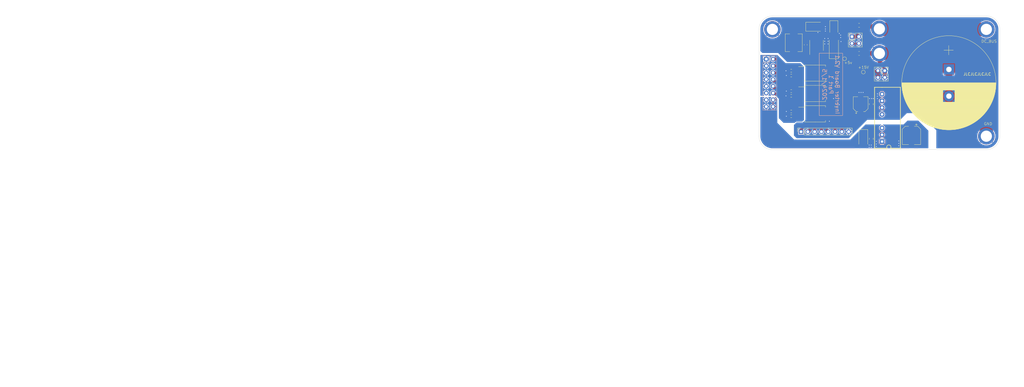
<source format=kicad_pcb>
(kicad_pcb (version 20221018) (generator pcbnew)
  (layers (0 "F.Cu" signal) (31 "B.Cu" signal) (34 "B.Paste" user) (35 "F.Paste" user) (36 "B.SilkS" user "B.Silkscreen") (37 "F.SilkS" user "F.Silkscreen") (38 "B.Mask" user) (39 "F.Mask" user) (44 "Edge.Cuts" user))
  (net 0 "")
  (net 1 "GND")
  (net 2 "+5V1")
  (net 3 "DC_BUS")
  (net 4 "/OPWM1A")
  (net 5 "/OPWM2A")
  (net 6 "/OPWM3A")
  (net 7 "/OPWM1B")
  (net 8 "/OPWM2B")
  (net 9 "/OPWM3B")
  (net 10 "Net-(U2-CB)")
  (net 11 "+15V1")
  (net 12 "/PWM1A_5V")
  (net 13 "Net-(IC1-CATHODE_1)")
  (net 14 "Net-(IC1-CATHODE_2)")
  (net 15 "/PWM2A_5V")
  (net 16 "/PWM3A_5V")
  (net 17 "Net-(IC2-CATHODE_1)")
  (net 18 "Net-(IC2-CATHODE_2)")
  (net 19 "/PWM1B_5V")
  (net 20 "/PWM2B_5V")
  (net 21 "Net-(IC3-CATHODE_1)")
  (net 22 "Net-(IC3-CATHODE_2)")
  (net 23 "/PWM3B_5V")
  (net 24 "AGND")
  (net 25 "/GND_2M")
  (net 26 "/DC_BUS_2M")
  (net 27 "Net-(D2-K)")
  (net 31 "D12VGND")
  (net 32 "D12V1")
  (footprint "TestPoint:TestPoint_Pad_D1.0mm" (layer "F.Cu") (at 164 41 180)
    (fp_text reference "TP7" hide)
    (fp_text value "Test15V")
    (pad "1" smd circle (at 0 0 180) (size 1 1) (layers "F.Cu" "F.Mask") (net 11 "+15V1"))
  )
  (footprint "Resistor_SMD:R_0603_1608Metric" (layer "F.Cu") (at 137.038 57.509 180)
    (fp_text reference "R9" hide)
    (fp_text value "750R")
    (pad "1" smd roundrect (at -0.825 0 180) (size 0.8 0.95) (layers "F.Cu" "F.Paste" "F.Mask") (net 22 "Net-(IC3-CATHODE_2)"))
    (pad "2" smd roundrect (at 0.825 0 180) (size 0.8 0.95) (layers "F.Cu" "F.Paste" "F.Mask") (net 24 "AGND"))
  )
  (footprint "Package_SO:SOIC-8_3.9x4.9mm_P1.27mm" (layer "F.Cu") (at 146.523 31 90)
    (fp_text reference "U2" hide)
    (fp_text value "LM2675M-5.0")
    (pad "1" smd roundrect (at -2.475 -1.905 90) (size 1.95 0.6) (layers "F.Cu" "F.Paste" "F.Mask") (net 10 "Net-(U2-CB)"))
    (pad "2" smd roundrect (at -2.475 -0.635 90) (size 1.95 0.6) (layers "F.Cu" "F.Paste" "F.Mask"))
    (pad "3" smd roundrect (at -2.475 0.635 90) (size 1.95 0.6) (layers "F.Cu" "F.Paste" "F.Mask"))
    (pad "4" smd roundrect (at -2.475 1.905 90) (size 1.95 0.6) (layers "F.Cu" "F.Paste" "F.Mask") (net 2 "+5V1"))
    (pad "5" smd roundrect (at 2.475 1.905 90) (size 1.95 0.6) (layers "F.Cu" "F.Paste" "F.Mask"))
    (pad "6" smd roundrect (at 2.475 0.635 90) (size 1.95 0.6) (layers "F.Cu" "F.Paste" "F.Mask") (net 1 "GND"))
    (pad "7" smd roundrect (at 2.475 -0.635 90) (size 1.95 0.6) (layers "F.Cu" "F.Paste" "F.Mask") (net 11 "+15V1"))
    (pad "8" smd roundrect (at 2.475 -1.905 90) (size 1.95 0.6) (layers "F.Cu" "F.Paste" "F.Mask") (net 27 "Net-(D2-K)"))
  )
  (footprint "Connector_PinSocket_2.54mm:PinSocket_1x08_P2.54mm_Vertical" (layer "F.Cu") (at 140.716 63.307 90)
    (fp_text reference "J3" hide)
    (fp_text value "Conn_01x08_Pin")
    (pad "1" thru_hole rect (at 0 0 90) (size 1.7 1.7) (drill 1) (layers "*.Cu" "*.Mask") (net 4 "/OPWM1A"))
    (pad "2" thru_hole oval (at 0 2.54 90) (size 1.7 1.7) (drill 1) (layers "*.Cu" "*.Mask") (net 5 "/OPWM2A"))
    (pad "3" thru_hole oval (at 0 5.08 90) (size 1.7 1.7) (drill 1) (layers "*.Cu" "*.Mask") (net 6 "/OPWM3A"))
    (pad "4" thru_hole oval (at 0 7.62 90) (size 1.7 1.7) (drill 1) (layers "*.Cu" "*.Mask") (net 7 "/OPWM1B"))
    (pad "5" thru_hole oval (at 0 10.16 90) (size 1.7 1.7) (drill 1) (layers "*.Cu" "*.Mask") (net 8 "/OPWM2B"))
    (pad "6" thru_hole oval (at 0 12.7 90) (size 1.7 1.7) (drill 1) (layers "*.Cu" "*.Mask") (net 9 "/OPWM3B"))
    (pad "7" thru_hole oval (at 0 15.24 90) (size 1.7 1.7) (drill 1) (layers "*.Cu" "*.Mask") (net 2 "+5V1"))
    (pad "8" thru_hole oval (at 0 17.78 90) (size 1.7 1.7) (drill 1) (layers "*.Cu" "*.Mask") (net 1 "GND"))
  )
  (footprint "Resistor_SMD:R_0603_1608Metric" (layer "F.Cu") (at 137.038 40.491 180)
    (fp_text reference "R1" hide)
    (fp_text value "750R")
    (pad "1" smd roundrect (at -0.825 0 180) (size 0.8 0.95) (layers "F.Cu" "F.Paste" "F.Mask") (net 13 "Net-(IC1-CATHODE_1)"))
    (pad "2" smd roundrect (at 0.825 0 180) (size 0.8 0.95) (layers "F.Cu" "F.Paste" "F.Mask") (net 24 "AGND"))
  )
  (footprint "Capacitor_SMD:C_0805_2012Metric" (layer "F.Cu") (at 167 65.95 90)
    (fp_text reference "C22" hide)
    (fp_text value "100nF")
    (pad "1" smd roundrect (at -0.95 0 90) (size 1 1.45) (layers "F.Cu" "F.Paste" "F.Mask") (net 31 "D12VGND"))
    (pad "2" smd roundrect (at 0.95 0 90) (size 1 1.45) (layers "F.Cu" "F.Paste" "F.Mask") (net 32 "D12V1"))
  )
  (footprint "TestPoint:TestPoint_Pad_D1.0mm" (layer "F.Cu") (at 157 36)
    (fp_text reference "TP8" hide)
    (fp_text value "Test5V")
    (pad "1" smd circle (at 0 0) (size 1 1) (layers "F.Cu" "F.Mask") (net 2 "+5V1"))
  )
  (footprint "Resistor_SMD:R_0805_2012Metric" (layer "F.Cu") (at 162.4125 34 180)
    (fp_text reference "R11" hide)
    (fp_text value "2M")
    (pad "1" smd roundrect (at -0.9125 0 180) (size 1.025 1.4) (layers "F.Cu" "F.Paste" "F.Mask") (roundrect_rratio 0.243902439) (net 1 "GND"))
    (pad "2" smd roundrect (at 0.9125 0 180) (size 1.025 1.4) (layers "F.Cu" "F.Paste" "F.Mask") (roundrect_rratio 0.243902439) (net 25 "/GND_2M"))
  )
  (footprint "inverter_lib:M3_smt" (layer "F.Cu") (at 130 25)
    (fp_text reference "J17" hide)
    (fp_text value "Header 2")
    (pad "1" thru_hole circle (at 0 0) (size 6.2 6.2) (drill 4.2) (layers "*.Cu" "*.Mask") (net 1 "GND"))
  )
  (footprint "inverter_lib:M3_smt" (layer "F.Cu") (at 170 24.8)
    (fp_text reference "J14" hide)
    (fp_text value "Header 2")
    (pad "1" thru_hole circle (at 0 0) (size 6.2 6.2) (drill 4.2) (layers "*.Cu" "*.Mask") (net 3 "DC_BUS"))
  )
  (footprint "Resistor_SMD:R_0603_1608Metric" (layer "F.Cu") (at 137.038 49.889 180)
    (fp_text reference "R5" hide)
    (fp_text value "750R")
    (pad "1" smd roundrect (at -0.825 0 180) (size 0.8 0.95) (layers "F.Cu" "F.Paste" "F.Mask") (net 18 "Net-(IC2-CATHODE_2)"))
    (pad "2" smd roundrect (at 0.825 0 180) (size 0.8 0.95) (layers "F.Cu" "F.Paste" "F.Mask") (net 24 "AGND"))
  )
  (footprint "Connector_PinSocket_2.54mm:PinSocket_2x02_P2.54mm_Vertical" (layer "F.Cu") (at 159.75 27.71 90)
    (fp_text reference "J5" hide)
    (fp_text value "Conn_01x02_Pin")
    (pad "1" thru_hole rect (at 0 0 90) (size 1.7 1.7) (drill 1) (layers "*.Cu" "*.Mask") (net 26 "/DC_BUS_2M"))
    (pad "2" thru_hole oval (at -2.54 0 90) (size 1.7 1.7) (drill 1) (layers "*.Cu" "*.Mask") (net 25 "/GND_2M"))
    (pad "3" thru_hole oval (at 0 2.54 90) (size 1.7 1.7) (drill 1) (layers "*.Cu" "*.Mask") (net 26 "/DC_BUS_2M"))
    (pad "4" thru_hole oval (at -2.54 2.54 90) (size 1.7 1.7) (drill 1) (layers "*.Cu" "*.Mask") (net 25 "/GND_2M"))
  )
  (footprint "Package_SO:SOIC-8_7.5x5.85mm_P1.27mm" (layer "F.Cu") (at 146 49)
    (fp_text reference "IC2" hide)
    (fp_text value "TLP2270_D4-LF4,E")
    (pad "1" smd roundrect (at -5.325 -1.905) (size 1.8 0.6) (layers "F.Cu" "F.Paste" "F.Mask") (net 16 "/PWM3A_5V"))
    (pad "2" smd roundrect (at -5.325 -0.635) (size 1.8 0.6) (layers "F.Cu" "F.Paste" "F.Mask") (net 17 "Net-(IC2-CATHODE_1)"))
    (pad "3" smd roundrect (at -5.325 0.635) (size 1.8 0.6) (layers "F.Cu" "F.Paste" "F.Mask") (net 18 "Net-(IC2-CATHODE_2)"))
    (pad "4" smd roundrect (at -5.325 1.905) (size 1.8 0.6) (layers "F.Cu" "F.Paste" "F.Mask") (net 19 "/PWM1B_5V"))
    (pad "5" smd roundrect (at 5.325 1.905) (size 1.8 0.6) (layers "F.Cu" "F.Paste" "F.Mask") (net 1 "GND"))
    (pad "6" smd roundrect (at 5.325 0.635) (size 1.8 0.6) (layers "F.Cu" "F.Paste" "F.Mask") (net 7 "/OPWM1B"))
    (pad "7" smd roundrect (at 5.325 -0.635) (size 1.8 0.6) (layers "F.Cu" "F.Paste" "F.Mask") (net 6 "/OPWM3A"))
    (pad "8" smd roundrect (at 5.325 -1.905) (size 1.8 0.6) (layers "F.Cu" "F.Paste" "F.Mask") (net 2 "+5V1"))
  )
  (footprint "Resistor_SMD:R_0603_1608Metric" (layer "F.Cu") (at 137.038 55.731 180)
    (fp_text reference "R8" hide)
    (fp_text value "750R")
    (pad "1" smd roundrect (at -0.825 0 180) (size 0.8 0.95) (layers "F.Cu" "F.Paste" "F.Mask") (net 21 "Net-(IC3-CATHODE_1)"))
    (pad "2" smd roundrect (at 0.825 0 180) (size 0.8 0.95) (layers "F.Cu" "F.Paste" "F.Mask") (net 24 "AGND"))
  )
  (footprint "Capacitor_SMD:CP_Elec_6.3x7.7" (layer "F.Cu") (at 182 64.7 -90)
    (fp_text reference "C23" hide)
    (fp_text value "100uf 50V")
    (pad "1" smd roundrect (at -2.7 0 270) (size 3.5 1.6) (layers "F.Cu" "F.Paste" "F.Mask") (roundrect_rratio 0.15625) (net 32 "D12V1"))
    (pad "2" smd roundrect (at 2.7 0 270) (size 3.5 1.6) (layers "F.Cu" "F.Paste" "F.Mask") (roundrect_rratio 0.15625) (net 31 "D12VGND"))
  )
  (footprint "Resistor_SMD:R_0603_1608Metric" (layer "F.Cu") (at 137.038 42.269 180)
    (fp_text reference "R2" hide)
    (fp_text value "750R")
    (pad "1" smd roundrect (at -0.825 0 180) (size 0.8 0.95) (layers "F.Cu" "F.Paste" "F.Mask") (net 14 "Net-(IC1-CATHODE_2)"))
    (pad "2" smd roundrect (at 0.825 0 180) (size 0.8 0.95) (layers "F.Cu" "F.Paste" "F.Mask") (net 24 "AGND"))
  )
  (footprint "inverter_lib:M3_smt" (layer "F.Cu") (at 170 34)
    (fp_text reference "J15" hide)
    (fp_text value "Header 2")
    (pad "1" thru_hole circle (at 0 0) (size 6.2 6.2) (drill 4.2) (layers "*.Cu" "*.Mask") (net 1 "GND"))
  )
  (footprint "Diode_SMD:D_SMA" (layer "F.Cu") (at 146 24)
    (fp_text reference "D2" hide)
    (fp_text value "1N5819")
    (pad "1" smd roundrect (at -2 0) (size 2.5 1.8) (layers "F.Cu" "F.Paste" "F.Mask") (roundrect_rratio 0.1388888889) (net 27 "Net-(D2-K)"))
    (pad "2" smd roundrect (at 2 0) (size 2.5 1.8) (layers "F.Cu" "F.Paste" "F.Mask") (roundrect_rratio 0.1388888889) (net 1 "GND"))
  )
  (footprint "Capacitor_Tantalum_SMD:CP_EIA-6032-28_Kemet-C_Pad2.25x2.35mm_HandSolder" (layer "F.Cu") (at 153 32 90)
    (fp_text reference "C36" hide)
    (fp_text value "68uF 16V Tantalum")
    (pad "1" smd roundrect (at -2.55 0 90) (size 2.25 2.35) (layers "F.Cu" "F.Paste" "F.Mask") (roundrect_rratio 0.1111111111) (net 2 "+5V1"))
    (pad "2" smd roundrect (at 2.55 0 90) (size 2.25 2.35) (layers "F.Cu" "F.Paste" "F.Mask") (roundrect_rratio 0.1111111111) (net 1 "GND"))
  )
  (footprint "Capacitor_SMD:C_0603_1608Metric" (layer "F.Cu") (at 153.865 38.7 -90)
    (fp_text reference "C1" hide)
    (fp_text value "100nf")
    (pad "1" smd roundrect (at -0.775 0 270) (size 0.9 0.95) (layers "F.Cu" "F.Paste" "F.Mask") (net 1 "GND"))
    (pad "2" smd roundrect (at 0.775 0 270) (size 0.9 0.95) (layers "F.Cu" "F.Paste" "F.Mask") (net 2 "+5V1"))
  )
  (footprint "Resistor_SMD:R_0603_1608Metric" (layer "F.Cu") (at 137.038 48.111 180)
    (fp_text reference "R4" hide)
    (fp_text value "750R")
    (pad "1" smd roundrect (at -0.825 0 180) (size 0.8 0.95) (layers "F.Cu" "F.Paste" "F.Mask") (net 17 "Net-(IC2-CATHODE_1)"))
    (pad "2" smd roundrect (at 0.825 0 180) (size 0.8 0.95) (layers "F.Cu" "F.Paste" "F.Mask") (net 24 "AGND"))
  )
  (footprint "Capacitor_Tantalum_SMD:CP_EIA-3528-21_Kemet-B_Pad1.50x2.35mm_HandSolder" (layer "F.Cu") (at 153 24.375 -90)
    (fp_text reference "C35" hide)
    (fp_text value "15uF 50V Tantalum")
    (pad "1" smd roundrect (at -1.625 0 270) (size 1.5 2.35) (layers "F.Cu" "F.Paste" "F.Mask") (roundrect_rratio 0.1666673333) (net 11 "+15V1"))
    (pad "2" smd roundrect (at 1.625 0 270) (size 1.5 2.35) (layers "F.Cu" "F.Paste" "F.Mask") (roundrect_rratio 0.1666673333) (net 1 "GND"))
  )
  (footprint "Package_SO:SOIC-8_7.5x5.85mm_P1.27mm" (layer "F.Cu") (at 146 41.38)
    (fp_text reference "IC1" hide)
    (fp_text value "TLP2270_D4-LF4,E")
    (pad "1" smd roundrect (at -5.325 -1.905) (size 1.8 0.6) (layers "F.Cu" "F.Paste" "F.Mask") (net 12 "/PWM1A_5V"))
    (pad "2" smd roundrect (at -5.325 -0.635) (size 1.8 0.6) (layers "F.Cu" "F.Paste" "F.Mask") (net 13 "Net-(IC1-CATHODE_1)"))
    (pad "3" smd roundrect (at -5.325 0.635) (size 1.8 0.6) (layers "F.Cu" "F.Paste" "F.Mask") (net 14 "Net-(IC1-CATHODE_2)"))
    (pad "4" smd roundrect (at -5.325 1.905) (size 1.8 0.6) (layers "F.Cu" "F.Paste" "F.Mask") (net 15 "/PWM2A_5V"))
    (pad "5" smd roundrect (at 5.325 1.905) (size 1.8 0.6) (layers "F.Cu" "F.Paste" "F.Mask") (net 1 "GND"))
    (pad "6" smd roundrect (at 5.325 0.635) (size 1.8 0.6) (layers "F.Cu" "F.Paste" "F.Mask") (net 5 "/OPWM2A"))
    (pad "7" smd roundrect (at 5.325 -0.635) (size 1.8 0.6) (layers "F.Cu" "F.Paste" "F.Mask") (net 4 "/OPWM1A"))
    (pad "8" smd roundrect (at 5.325 -1.905) (size 1.8 0.6) (layers "F.Cu" "F.Paste" "F.Mask") (net 2 "+5V1"))
  )
  (footprint "Capacitor_SMD:C_0603_1608Metric" (layer "F.Cu") (at 153.865 53.94 -90)
    (fp_text reference "C3" hide)
    (fp_text value "100nf")
    (pad "1" smd roundrect (at -0.775 0 270) (size 0.9 0.95) (layers "F.Cu" "F.Paste" "F.Mask") (net 1 "GND"))
    (pad "2" smd roundrect (at 0.775 0 270) (size 0.9 0.95) (layers "F.Cu" "F.Paste" "F.Mask") (net 2 "+5V1"))
  )
  (footprint "Resistor_SMD:R_0805_2012Metric" (layer "F.Cu") (at 162.4125 23.5 180)
    (fp_text reference "R10" hide)
    (fp_text value "2M")
    (pad "1" smd roundrect (at -0.9125 0 180) (size 1.025 1.4) (layers "F.Cu" "F.Paste" "F.Mask") (roundrect_rratio 0.243902439) (net 3 "DC_BUS"))
    (pad "2" smd roundrect (at 0.9125 0 180) (size 1.025 1.4) (layers "F.Cu" "F.Paste" "F.Mask") (roundrect_rratio 0.243902439) (net 26 "/DC_BUS_2M"))
  )
  (footprint "Capacitor_SMD:C_0805_2012Metric" (layer "F.Cu") (at 167 53 -90)
    (fp_text reference "C24" hide)
    (fp_text value "100nF")
    (pad "1" smd roundrect (at -0.95 0 270) (size 1 1.45) (layers "F.Cu" "F.Paste" "F.Mask") (net 1 "GND"))
    (pad "2" smd roundrect (at 0.95 0 270) (size 1 1.45) (layers "F.Cu" "F.Paste" "F.Mask") (net 11 "+15V1"))
  )
  (footprint "inverter_lib:M3_smt" (layer "F.Cu") (at 210 25)
    (fp_text reference "J6" hide)
    (fp_text value "Header 2")
    (pad "1" thru_hole circle (at 0 0) (size 6.2 6.2) (drill 4.2) (layers "*.Cu" "*.Mask") (net 3 "DC_BUS"))
  )
  (footprint "Diode_SMD:D_SMA" (layer "F.Cu") (at 164 66 -90)
    (fp_text reference "D4" hide)
    (fp_text value "1N5819")
    (pad "1" smd roundrect (at -2 0 270) (size 2.5 1.8) (layers "F.Cu" "F.Paste" "F.Mask") (roundrect_rratio 0.1388888889) (net 32 "D12V1"))
    (pad "2" smd roundrect (at 2 0 270) (size 2.5 1.8) (layers "F.Cu" "F.Paste" "F.Mask") (roundrect_rratio 0.1388888889) (net 31 "D12VGND"))
  )
  (footprint "Capacitor_SMD:C_0603_1608Metric" (layer "F.Cu") (at 153.865 46.32 -90)
    (fp_text reference "C2" hide)
    (fp_text value "100nf")
    (pad "1" smd roundrect (at -0.775 0 270) (size 0.9 0.95) (layers "F.Cu" "F.Paste" "F.Mask") (net 1 "GND"))
    (pad "2" smd roundrect (at 0.775 0 270) (size 0.9 0.95) (layers "F.Cu" "F.Paste" "F.Mask") (net 2 "+5V1"))
  )
  (footprint "inverter_lib:VRB_S-6WR3" (layer "F.Cu") (at 171 67 180)
    (fp_text reference "A1" hide)
    (fp_text value "VRB1215S-6WR3" hide)
    (pad "1" thru_hole rect (at 0 0 180) (size 1.8 1.8) (drill 0.9) (layers "*.Cu" "*.Mask") (net 31 "D12VGND"))
    (pad "2" thru_hole circle (at 0 2.54 180) (size 1.8 1.8) (drill 0.9) (layers "*.Cu" "*.Mask") (net 32 "D12V1"))
    (pad "3" thru_hole circle (at 0 5.08 180) (size 1.8 1.8) (drill 0.9) (layers "*.Cu" "*.Mask"))
    (pad "5" thru_hole circle (at 0 10.16 180) (size 1.8 1.8) (drill 0.9) (layers "*.Cu" "*.Mask"))
    (pad "6" thru_hole circle (at 0 12.7 180) (size 1.8 1.8) (drill 0.9) (layers "*.Cu" "*.Mask") (net 11 "+15V1"))
    (pad "7" thru_hole circle (at 0 15.24 180) (size 1.8 1.8) (drill 0.9) (layers "*.Cu" "*.Mask") (net 1 "GND"))
    (pad "8" thru_hole circle (at 0 17.78 180) (size 1.8 1.8) (drill 0.9) (layers "*.Cu" "*.Mask"))
  )
  (footprint "Capacitor_THT:CP_Radial_D35.0mm_P10.00mm_SnapIn" (layer "F.Cu") (at 196 40 -90)
    (fp_text reference "C4" hide)
    (fp_text value "390uF/450V")
    (pad "1" thru_hole rect (at 0 0 270) (size 4 4) (drill 2) (layers "*.Cu" "*.Mask") (net 3 "DC_BUS"))
    (pad "2" thru_hole circle (at 10 0 270) (size 4 4) (drill 2) (layers "*.Cu" "*.Mask") (net 1 "GND"))
  )
  (footprint "Capacitor_SMD:C_0603_1608Metric" (layer "F.Cu") (at 142.459 30.775 90)
    (fp_text reference "C34" hide)
    (fp_text value "10nF")
    (pad "1" smd roundrect (at -0.775 0 90) (size 0.9 0.95) (layers "F.Cu" "F.Paste" "F.Mask") (net 10 "Net-(U2-CB)"))
    (pad "2" smd roundrect (at 0.775 0 90) (size 0.9 0.95) (layers "F.Cu" "F.Paste" "F.Mask") (net 27 "Net-(D2-K)"))
  )
  (footprint "Package_SO:SOIC-8_7.5x5.85mm_P1.27mm" (layer "F.Cu") (at 146 56.62)
    (fp_text reference "IC3" hide)
    (fp_text value "TLP2270_D4-LF4,E")
    (pad "1" smd roundrect (at -5.325 -1.905) (size 1.8 0.6) (layers "F.Cu" "F.Paste" "F.Mask") (net 20 "/PWM2B_5V"))
    (pad "2" smd roundrect (at -5.325 -0.635) (size 1.8 0.6) (layers "F.Cu" "F.Paste" "F.Mask") (net 21 "Net-(IC3-CATHODE_1)"))
    (pad "3" smd roundrect (at -5.325 0.635) (size 1.8 0.6) (layers "F.Cu" "F.Paste" "F.Mask") (net 22 "Net-(IC3-CATHODE_2)"))
    (pad "4" smd roundrect (at -5.325 1.905) (size 1.8 0.6) (layers "F.Cu" "F.Paste" "F.Mask") (net 23 "/PWM3B_5V"))
    (pad "5" smd roundrect (at 5.325 1.905) (size 1.8 0.6) (layers "F.Cu" "F.Paste" "F.Mask") (net 1 "GND"))
    (pad "6" smd roundrect (at 5.325 0.635) (size 1.8 0.6) (layers "F.Cu" "F.Paste" "F.Mask") (net 9 "/OPWM3B"))
    (pad "7" smd roundrect (at 5.325 -0.635) (size 1.8 0.6) (layers "F.Cu" "F.Paste" "F.Mask") (net 8 "/OPWM2B"))
    (pad "8" smd roundrect (at 5.325 -1.905) (size 1.8 0.6) (layers "F.Cu" "F.Paste" "F.Mask") (net 2 "+5V1"))
  )
  (footprint "inverter_lib:M3_smt" (layer "F.Cu") (at 210 65)
    (fp_text reference "J7" hide)
    (fp_text value "Header 2")
    (pad "1" thru_hole circle (at 0 0) (size 6.2 6.2) (drill 4.2) (layers "*.Cu" "*.Mask") (net 1 "GND"))
  )
  (footprint "Connector_PinSocket_2.54mm:PinSocket_2x02_P2.54mm_Vertical" (layer "F.Cu") (at 172 40.46)
    (fp_text reference "J4" hide)
    (fp_text value "Conn_01x02_Pin")
    (pad "1" thru_hole rect (at 0 0) (size 1.7 1.7) (drill 1) (layers "*.Cu" "*.Mask") (net 1 "GND"))
    (pad "2" thru_hole oval (at -2.54 0) (size 1.7 1.7) (drill 1) (layers "*.Cu" "*.Mask") (net 11 "+15V1"))
    (pad "3" thru_hole oval (at 0 2.54) (size 1.7 1.7) (drill 1) (layers "*.Cu" "*.Mask") (net 1 "GND"))
    (pad "4" thru_hole oval (at -2.54 2.54) (size 1.7 1.7) (drill 1) (layers "*.Cu" "*.Mask") (net 11 "+15V1"))
  )
  (footprint "Capacitor_SMD:CP_Elec_5x5.4" (layer "F.Cu") (at 163 53 90)
    (fp_text reference "C25" hide)
    (fp_text value "22uf 25V")
    (pad "1" smd roundrect (at -2.2 0 90) (size 3 1.6) (layers "F.Cu" "F.Paste" "F.Mask") (roundrect_rratio 0.15625) (net 11 "+15V1"))
    (pad "2" smd roundrect (at 2.2 0 90) (size 3 1.6) (layers "F.Cu" "F.Paste" "F.Mask") (roundrect_rratio 0.15625) (net 1 "GND"))
  )
  (footprint "Inductor_SMD:L_6.3x6.3_H3" (layer "F.Cu") (at 138 30 -90)
    (fp_text reference "L2" hide)
    (fp_text value "47uH")
    (pad "1" smd rect (at -2.75 0 270) (size 1.5 2.4) (layers "F.Cu" "F.Paste" "F.Mask") (net 27 "Net-(D2-K)"))
    (pad "2" smd rect (at 2.75 0 270) (size 1.5 2.4) (layers "F.Cu" "F.Paste" "F.Mask") (net 2 "+5V1"))
  )
  (footprint "Connector_PinSocket_2.54mm:PinSocket_2x08_P2.54mm_Vertical" (layer "B.Cu") (at 127.71 36.125 180)
    (fp_text reference "J1" hide)
    (fp_text value "Conn_02x06_Top_Bottom")
    (pad "1" thru_hole rect (at 0 0 180) (size 1.7 1.7) (drill 1) (layers "*.Cu" "*.Mask") (net 24 "AGND"))
    (pad "2" thru_hole oval (at -2.54 0 180) (size 1.7 1.7) (drill 1) (layers "*.Cu" "*.Mask") (net 12 "/PWM1A_5V"))
    (pad "3" thru_hole oval (at 0 -2.54 180) (size 1.7 1.7) (drill 1) (layers "*.Cu" "*.Mask") (net 24 "AGND"))
    (pad "4" thru_hole oval (at -2.54 -2.54 180) (size 1.7 1.7) (drill 1) (layers "*.Cu" "*.Mask") (net 15 "/PWM2A_5V"))
    (pad "5" thru_hole oval (at 0 -5.08 180) (size 1.7 1.7) (drill 1) (layers "*.Cu" "*.Mask") (net 24 "AGND"))
    (pad "6" thru_hole oval (at -2.54 -5.08 180) (size 1.7 1.7) (drill 1) (layers "*.Cu" "*.Mask") (net 16 "/PWM3A_5V"))
    (pad "7" thru_hole oval (at 0 -7.62 180) (size 1.7 1.7) (drill 1) (layers "*.Cu" "*.Mask") (net 24 "AGND"))
    (pad "8" thru_hole oval (at -2.54 -7.62 180) (size 1.7 1.7) (drill 1) (layers "*.Cu" "*.Mask") (net 19 "/PWM1B_5V"))
    (pad "9" thru_hole oval (at 0 -10.16 180) (size 1.7 1.7) (drill 1) (layers "*.Cu" "*.Mask") (net 24 "AGND"))
    (pad "10" thru_hole oval (at -2.54 -10.16 180) (size 1.7 1.7) (drill 1) (layers "*.Cu" "*.Mask") (net 20 "/PWM2B_5V"))
    (pad "11" thru_hole oval (at 0 -12.7 180) (size 1.7 1.7) (drill 1) (layers "*.Cu" "*.Mask") (net 24 "AGND"))
    (pad "12" thru_hole oval (at -2.54 -12.7 180) (size 1.7 1.7) (drill 1) (layers "*.Cu" "*.Mask") (net 23 "/PWM3B_5V"))
    (pad "13" thru_hole oval (at 0 -15.24 180) (size 1.7 1.7) (drill 1) (layers "*.Cu" "*.Mask") (net 31 "D12VGND"))
    (pad "14" thru_hole oval (at -2.54 -15.24 180) (size 1.7 1.7) (drill 1) (layers "*.Cu" "*.Mask") (net 32 "D12V1"))
    (pad "15" thru_hole oval (at 0 -17.78 180) (size 1.7 1.7) (drill 1) (layers "*.Cu" "*.Mask") (net 31 "D12VGND"))
    (pad "16" thru_hole oval (at -2.54 -17.78 180) (size 1.7 1.7) (drill 1) (layers "*.Cu" "*.Mask") (net 32 "D12V1"))
  )
  (gr_poly (pts (xy 198.4276 27.3876) (arc (start 201.288213 27.3876) (mid 199.2404 28.235832) (end 198.392168 30.283645))) (stroke (width 0.2)) (fill solid) (layer "F.Cu"))
  (gr_poly (pts (xy 193.574403 27.423591) (arc (start 193.574403 30.284204) (mid 192.726171 28.236391) (end 190.678358 27.388159))) (stroke (width 0.2)) (fill solid) (layer "F.Cu"))
  (gr_rect (start 147.5 33.95) (end 156.25 57.25) (stroke (width 0.15)) (fill none) (layer "B.SilkS"))
  (gr_line (start 215 25) (end 215 65) (stroke (width 0.1)) (layer "Edge.Cuts"))
  (gr_line (start 210 70) (end 130 70) (stroke (width 0.1)) (layer "Edge.Cuts"))
  (gr_arc (start 215 65) (mid 213.535534 68.535534) (end 210 70) (stroke (width 0.1)) (layer "Edge.Cuts"))
  (gr_arc (start 210 20) (mid 213.535534 21.464466) (end 215 25) (stroke (width 0.1)) (layer "Edge.Cuts"))
  (gr_arc (start 130 70) (mid 126.464466 68.535534) (end 125 65) (stroke (width 0.1)) (layer "Edge.Cuts"))
  (gr_line (start 125 65) (end 125 25) (stroke (width 0.1)) (layer "Edge.Cuts"))
  (gr_arc (start 125 25) (mid 126.464466 21.464466) (end 130 20) (stroke (width 0.1)) (layer "Edge.Cuts"))
  (gr_line (start 130 20) (end 210 20) (stroke (width 0.1)) (layer "Edge.Cuts"))
  (gr_text "Inverter Board V2.1\nPart 1\n2024/1/5" (at 148.6 45.6 -90) (layer "B.SilkS") (effects (font (size 1.5 1.5) (thickness 0.2) bold) (justify bottom mirror)))
  (gr_text "DC_BUS" (at 208.05 30.05) (layer "F.SilkS") (effects (font (size 1 1) (thickness 0.1)) (justify left bottom)))
  (gr_text "+5v" (at 156.8 38.05) (layer "F.SilkS") (effects (font (size 1 1) (thickness 0.1)) (justify left bottom)))
  (gr_text "GND" (at 209.05 60.95) (layer "F.SilkS") (effects (font (size 1 1) (thickness 0.1)) (justify left bottom)))
  (gr_text "JLCJLCJLCJLC" (at 201.35 42.35) (layer "F.SilkS") (effects (font (size 1 1)) (justify left bottom)))
  (gr_text "+15V" (at 162 39.8) (layer "F.SilkS") (effects (font (size 1 1) (thickness 0.1)) (justify left bottom)))
  (segment (start 169.878 37.478) (end 172 39.6) (width 0.5) (layer "F.Cu") (net 1))
  (segment (start 153.865 36.915) (end 153.85 36.9) (width 0.3) (layer "F.Cu") (net 1))
  (segment (start 154.925 37.925) (end 154.95 37.9) (width 0.3) (layer "F.Cu") (net 1))
  (segment (start 151.325 59.375) (end 151.3 59.4) (width 0.5) (layer "F.Cu") (net 1))
  (segment (start 200.974 50) (end 210 59.026) (width 5) (layer "F.Cu") (net 1))
  (segment (start 190.941 50) (end 174.941 34) (width 5) (layer "F.Cu") (net 1))
  (segment (start 153.865 44.442) (end 153.876 44.431) (width 0.3) (layer "F.Cu") (net 1))
  (segment (start 153.865 37.925) (end 153.865 36.915) (width 0.3) (layer "F.Cu") (net 1))
  (segment (start 174.941 34) (end 170 34) (width 5) (layer "F.Cu") (net 1))
  (segment (start 169.878 34.122) (end 169.878 37.478) (width 0.5) (layer "F.Cu") (net 1))
  (segment (start 151.325 50.905) (end 152.857 50.905) (width 0.3) (layer "F.Cu") (net 1))
  (segment (start 172 40.46) (end 172 43) (width 0.5) (layer "F.Cu") (net 1))
  (segment (start 196 50) (end 200.974 50) (width 5) (layer "F.Cu") (net 1))
  (segment (start 153.865 45.545) (end 153.865 44.442) (width 0.3) (layer "F.Cu") (net 1))
  (segment (start 154.99 53.165) (end 155.019 53.194) (width 0.3) (layer "F.Cu") (net 1))
  (segment (start 196 50) (end 190.941 50) (width 5) (layer "F.Cu") (net 1))
  (segment (start 153.865 53.165) (end 154.99 53.165) (width 0.3) (layer "F.Cu") (net 1))
  (segment (start 152.857 50.905) (end 152.86 50.908) (width 0.3) (layer "F.Cu") (net 1))
  (segment (start 163.325 34) (end 170 34) (width 0.5) (layer "F.Cu") (net 1))
  (segment (start 170 34) (end 169.878 34.122) (width 0.5) (layer "F.Cu") (net 1))
  (segment (start 210 59.026) (end 210 65) (width 5) (layer "F.Cu") (net 1))
  (segment (start 153.865 37.925) (end 154.925 37.925) (width 0.3) (layer "F.Cu") (net 1))
  (segment (start 152.857 43.285) (end 152.86 43.288) (width 0.3) (layer "F.Cu") (net 1))
  (segment (start 151.325 43.285) (end 152.857 43.285) (width 0.3) (layer "F.Cu") (net 1))
  (segment (start 151.325 58.525) (end 151.325 59.375) (width 0.5) (layer "F.Cu") (net 1))
  (segment (start 172 39.6) (end 172 40.46) (width 0.5) (layer "F.Cu") (net 1))
  (via (at 155.019 26.524) (size 0.5) (drill 0.3) (layers "F.Cu" "B.Cu") (net 1))
  (via (at 150.828 28.429) (size 0.5) (drill 0.3) (layers "F.Cu" "B.Cu") (net 1))
  (via (at 149.812 24.873) (size 0.5) (drill 0.3) (layers "F.Cu" "B.Cu") (net 1))
  (via (at 155.654 29.572) (size 0.5) (drill 0.3) (layers "F.Cu" "B.Cu") (net 1))
  (via (at 167.719 50.908) (size 0.5) (drill 0.3) (layers "F.Cu" "B.Cu") (net 1))
  (via (at 169.243 50.908) (size 0.5) (drill 0.3) (layers "F.Cu" "B.Cu") (net 1))
  (via (at 147.018 26.143) (size 0.5) (drill 0.3) (layers "F.Cu" "B.Cu") (net 1))
  (via (at 152.86 43.288) (size 0.5) (drill 0.3) (layers "F.Cu" "B.Cu") (net 1))
  (via (at 149.812 23.984) (size 0.5) (drill 0.3) (layers "F.Cu" "B.Cu") (net 1))
  (via (at 152.86 50.908) (size 0.5) (drill 0.3) (layers "F.Cu" "B.Cu") (net 1))
  (via (at 166.322 50.908) (size 0.5) (drill 0.3) (layers "F.Cu" "B.Cu") (net 1))
  (via (at 169.243 50.019) (size 0.5) (drill 0.3) (layers "F.Cu" "B.Cu") (net 1))
  (via (at 149.558 30.461) (size 0.5) (drill 0.3) (layers "F.Cu" "B.Cu") (net 1))
  (via (at 154.95 37.9) (size 0.5) (drill 0.3) (layers "F.Cu" "B.Cu") (net 1))
  (via (at 150.828 29.445) (size 0.5) (drill 0.3) (layers "F.Cu" "B.Cu") (net 1))
  (via (at 155.527 27.159) (size 0.5) (drill 0.3) (layers "F.Cu" "B.Cu") (net 1))
  (via (at 149.558 28.429) (size 0.5) (drill 0.3) (layers "F.Cu" "B.Cu") (net 1))
  (via (at 150.828 30.461) (size 0.5) (drill 0.3) (layers "F.Cu" "B.Cu") (net 1))
  (via (at 153.876 44.431) (size 0.5) (drill 0.3) (layers "F.Cu" "B.Cu") (net 1))
  (via (at 169.243 49.13) (size 0.5) (drill 0.3) (layers "F.Cu" "B.Cu") (net 1))
  (via (at 149.812 25.635) (size 0.5) (drill 0.3) (layers "F.Cu" "B.Cu") (net 1))
  (via (at 155.019 53.194) (size 0.5) (drill 0.3) (layers "F.Cu" "B.Cu") (net 1))
  (via (at 163.147 48.622) (size 0.5) (drill 0.3) (layers "F.Cu" "B.Cu") (net 1))
  (via (at 149.558 29.445) (size 0.5) (drill 0.3) (layers "F.Cu" "B.Cu") (net 1))
  (via (at 151.3 59.4) (size 0.5) (drill 0.3) (layers "F.Cu" "B.Cu") (net 1))
  (via (at 153.85 36.9) (size 0.5) (drill 0.3) (layers "F.Cu" "B.Cu") (net 1))
  (via (at 155.527 28.048) (size 0.5) (drill 0.3) (layers "F.Cu" "B.Cu") (net 1))
  (via (at 163.909 48.622) (size 0.5) (drill 0.3) (layers "F.Cu" "B.Cu") (net 1))
  (via (at 167.084 50.908) (size 0.5) (drill 0.3) (layers "F.Cu" "B.Cu") (net 1))
  (via (at 162.385 48.622) (size 0.5) (drill 0.3) (layers "F.Cu" "B.Cu") (net 1))
  (segment (start 151.325 54.715) (end 153.865 54.715) (width 0.3) (layer "F.Cu") (net 2))
  (segment (start 155.7175 46.2725) (end 154.895 47.095) (width 0.3) (layer "F.Cu") (net 2))
  (segment (start 154.895 47.095) (end 156.543 45.447) (width 0.3) (layer "F.Cu") (net 2))
  (segment (start 155.956 46.511) (end 155.7175 46.2725) (width 0.3) (layer "F.Cu") (net 2))
  (segment (start 153.865 47.095) (end 154.895 47.095) (width 0.3) (layer "F.Cu") (net 2))
  (segment (start 156.543 45.447) (end 156.543 39.224) (width 0.3) (layer "F.Cu") (net 2))
  (segment (start 155.956 63.307) (end 155.956 46.511) (width 0.3) (layer "F.Cu") (net 2))
  (segment (start 151.325 47.095) (end 153.865 47.095) (width 0.3) (layer "F.Cu") (net 2))
  (segment (start 153.865 54.715) (end 154.346529 54.715) (width 0.3) (layer "F.Cu") (net 2))
  (segment (start 154.349529 54.718) (end 155.956 54.718) (width 0.3) (layer "F.Cu") (net 2))
  (segment (start 151.325 39.475) (end 153.865 39.475) (width 0.3) (layer "F.Cu") (net 2))
  (segment (start 154.346529 54.715) (end 154.349529 54.718) (width 0.3) (layer "F.Cu") (net 2))
  (segment (start 170.2 25) (end 170 24.8) (width 5) (layer "F.Cu") (net 3))
  (segment (start 210 25) (end 196.04 25) (width 5) (layer "F.Cu") (net 3))
  (segment (start 166.092 23.5) (end 167.392 24.8) (width 0.5) (layer "F.Cu") (net 3))
  (segment (start 196.04 25) (end 170.2 25) (width 5) (layer "F.Cu") (net 3))
  (segment (start 196 40) (end 196 25.04) (width 5) (layer "F.Cu") (net 3))
  (segment (start 167.392 24.8) (end 170 24.8) (width 0.5) (layer "F.Cu") (net 3))
  (segment (start 196 25.04) (end 196.04 25) (width 5) (layer "F.Cu") (net 3))
  (segment (start 163.325 23.5) (end 166.092 23.5) (width 0.5) (layer "F.Cu") (net 3))
  (segment (start 140.716 63.307) (end 140.716 62.287) (width 0.3) (layer "F.Cu") (net 4))
  (segment (start 148.178 40.745) (end 151.325 40.745) (width 0.3) (layer "F.Cu") (net 4))
  (segment (start 142.8242 60.1788) (end 142.8242 46.0988) (width 0.3) (layer "F.Cu") (net 4))
  (segment (start 142.8242 46.0988) (end 148.178 40.745) (width 0.3) (layer "F.Cu") (net 4))
  (segment (start 140.716 62.287) (end 142.8242 60.1788) (width 0.3) (layer "F.Cu") (net 4))
  (segment (start 148.5866 42.015) (end 151.325 42.015) (width 0.3) (layer "F.Cu") (net 5))
  (segment (start 144.399 46.2026) (end 148.5866 42.015) (width 0.3) (layer "F.Cu") (net 5))
  (segment (start 143.256 63.307) (end 144.399 62.164) (width 0.3) (layer "F.Cu") (net 5))
  (segment (start 144.399 62.164) (end 144.399 46.2026) (width 0.3) (layer "F.Cu") (net 5))
  (segment (start 149.434 48.365) (end 145.796 52.003) (width 0.3) (layer "F.Cu") (net 6))
  (segment (start 151.325 48.365) (end 149.434 48.365) (width 0.3) (layer "F.Cu") (net 6))
  (segment (start 145.796 52.003) (end 145.796 63.307) (width 0.3) (layer "F.Cu") (net 6))
  (segment (start 149.5264 49.635) (end 148.316 50.8454) (width 0.3) (layer "F.Cu") (net 7))
  (segment (start 148.316 63.287) (end 148.336 63.307) (width 0.3) (layer "F.Cu") (net 7))
  (segment (start 148.316 50.8454) (end 148.316 63.287) (width 0.3) (layer "F.Cu") (net 7))
  (segment (start 151.325 49.635) (end 149.5264 49.635) (width 0.3) (layer "F.Cu") (net 7))
  (segment (start 150.3138 55.985) (end 149.8092 56.4896) (width 0.3) (layer "F.Cu") (net 8))
  (segment (start 151.325 55.985) (end 150.3138 55.985) (width 0.3) (layer "F.Cu") (net 8))
  (segment (start 149.8092 56.4896) (end 149.8092 62.2402) (width 0.3) (layer "F.Cu") (net 8))
  (segment (start 149.8092 62.2402) (end 150.876 63.307) (width 0.3) (layer "F.Cu") (net 8))
  (segment (start 151.325 57.255) (end 152.634 57.255) (width 0.3) (layer "F.Cu") (net 9))
  (segment (start 153.416 58.037) (end 153.416 63.307) (width 0.3) (layer "F.Cu") (net 9))
  (segment (start 152.634 57.255) (end 153.416 58.037) (width 0.3) (layer "F.Cu") (net 9))
  (segment (start 142.459 31.55) (end 142.459 32.959) (width 0.3) (layer "F.Cu") (net 10))
  (segment (start 144.593 33.5) (end 144.618 33.475) (width 0.3) (layer "F.Cu") (net 10))
  (segment (start 142.459 32.959) (end 143 33.5) (width 0.3) (layer "F.Cu") (net 10))
  (segment (start 143 33.5) (end 144.593 33.5) (width 0.3) (layer "F.Cu") (net 10))
  (segment (start 168.92 41) (end 163.45 41) (width 0.5) (layer "F.Cu") (net 11))
  (segment (start 161.75 41) (end 163.45 41) (width 0.5) (layer "F.Cu") (net 11))
  (segment (start 160.15 55.3) (end 162.9 55.3) (width 0.5) (layer "F.Cu") (net 11))
  (segment (start 146.4 22.45) (end 145.888 22.962) (width 0.5) (layer "F.Cu") (net 11))
  (segment (start 162.9 55.3) (end 163 55.2) (width 0.5) (layer "F.Cu") (net 11))
  (segment (start 169.46 40.46) (end 168.92 41) (width 0.5) (layer "F.Cu") (net 11))
  (segment (start 151.05 22.45) (end 146.4 22.45) (width 0.5) (layer "F.Cu") (net 11))
  (segment (start 153 22.75) (end 154.45 22.75) (width 0.5) (layer "F.Cu") (net 11))
  (segment (start 161.75 41) (end 161.75 46.4) (width 0.5) (layer "F.Cu") (net 11))
  (segment (start 156.85 25.15) (end 156.85 31.75) (width 0.5) (layer "F.Cu") (net 11))
  (segment (start 161.75 46.4) (end 158.95 49.2) (width 0.5) (layer "F.Cu") (net 11))
  (segment (start 159.4 34.3) (end 159.4 39.6) (width 0.5) (layer "F.Cu") (net 11))
  (segment (start 158.95 54.1) (end 160.15 55.3) (width 0.5) (layer "F.Cu") (net 11))
  (segment (start 156.85 31.75) (end 159.4 34.3) (width 0.5) (layer "F.Cu") (net 11))
  (segment (start 151.35 22.75) (end 151.05 22.45) (width 0.5) (layer "F.Cu") (net 11))
  (segment (start 145.888 22.962) (end 145.888 28.525) (width 0.5) (layer "F.Cu") (net 11))
  (segment (start 158.95 49.2) (end 158.95 54.1) (width 0.5) (layer "F.Cu") (net 11))
  (segment (start 163.45 41) (end 164 41) (width 0.5) (layer "F.Cu") (net 11))
  (segment (start 160.8 41) (end 161.75 41) (width 0.5) (layer "F.Cu") (net 11))
  (segment (start 159.4 39.6) (end 160.8 41) (width 0.5) (layer "F.Cu") (net 11))
  (segment (start 154.45 22.75) (end 156.85 25.15) (width 0.5) (layer "F.Cu") (net 11))
  (segment (start 169.46 40.46) (end 169.46 43) (width 1.5) (layer "F.Cu") (net 11))
  (segment (start 153 22.75) (end 151.35 22.75) (width 0.5) (layer "F.Cu") (net 11))
  (segment (start 135.975 39.475) (end 140.675 39.475) (width 0.3) (layer "F.Cu") (net 12))
  (segment (start 130.25 36.125) (end 132.625 36.125) (width 0.3) (layer "F.Cu") (net 12))
  (segment (start 132.625 36.125) (end 135.975 39.475) (width 0.3) (layer "F.Cu") (net 12))
  (segment (start 140.675 40.745) (end 139.395 40.745) (width 0.3) (layer "F.Cu") (net 13))
  (segment (start 139.395 40.745) (end 139.141 40.491) (width 0.3) (layer "F.Cu") (net 13))
  (segment (start 139.141 40.491) (end 137.863 40.491) (width 0.3) (layer "F.Cu") (net 13))
  (segment (start 139.401 42.015) (end 140.675 42.015) (width 0.3) (layer "F.Cu") (net 14))
  (segment (start 139.147 42.269) (end 139.401 42.015) (width 0.3) (layer "F.Cu") (net 14))
  (segment (start 137.863 42.269) (end 139.147 42.269) (width 0.3) (layer "F.Cu") (net 14))
  (segment (start 134.2 41.05) (end 134.2 42.113529) (width 0.3) (layer "F.Cu") (net 15))
  (segment (start 134.2 42.113529) (end 135.371471 43.285) (width 0.3) (layer "F.Cu") (net 15))
  (segment (start 135.371471 43.285) (end 140.675 43.285) (width 0.3) (layer "F.Cu") (net 15))
  (segment (start 131.815 38.665) (end 134.2 41.05) (width 0.3) (layer "F.Cu") (net 15))
  (segment (start 130.25 38.665) (end 131.815 38.665) (width 0.3) (layer "F.Cu") (net 15))
  (segment (start 131.555 41.205) (end 132.7 42.35) (width 0.3) (layer "F.Cu") (net 16))
  (segment (start 132.7 42.35) (end 132.7 44.45) (width 0.3) (layer "F.Cu") (net 16))
  (segment (start 132.7 44.45) (end 135.345 47.095) (width 0.3) (layer "F.Cu") (net 16))
  (segment (start 130.25 41.205) (end 131.555 41.205) (width 0.3) (layer "F.Cu") (net 16))
  (segment (start 135.345 47.095) (end 140.675 47.095) (width 0.3) (layer "F.Cu") (net 16))
  (segment (start 139.398 48.368) (end 140.672 48.368) (width 0.3) (layer "F.Cu") (net 17))
  (segment (start 140.672 48.368) (end 140.675 48.365) (width 0.3) (layer "F.Cu") (net 17))
  (segment (start 139.141 48.111) (end 139.398 48.368) (width 0.3) (layer "F.Cu") (net 17))
  (segment (start 137.863 48.111) (end 139.141 48.111) (width 0.3) (layer "F.Cu") (net 17))
  (segment (start 139.528 49.635) (end 140.675 49.635) (width 0.3) (layer "F.Cu") (net 18))
  (segment (start 139.274 49.889) (end 139.528 49.635) (width 0.3) (layer "F.Cu") (net 18))
  (segment (start 137.863 49.889) (end 139.274 49.889) (width 0.3) (layer "F.Cu") (net 18))
  (segment (start 130.25 43.745) (end 130.25 44.005529) (width 0.3) (layer "F.Cu") (net 19))
  (segment (start 131.75 45.505529) (end 131.75 46.05) (width 0.3) (layer "F.Cu") (net 19))
  (segment (start 131.75 46.05) (end 134.48 48.78) (width 0.3) (layer "F.Cu") (net 19))
  (segment (start 130.25 44.005529) (end 131.75 45.505529) (width 0.3) (layer "F.Cu") (net 19))
  (segment (start 134.48 48.78) (end 134.48 50.38) (width 0.3) (layer "F.Cu") (net 19))
  (segment (start 136.1 52) (end 138.35 52) (width 0.3) (layer "F.Cu") (net 19))
  (segment (start 134.48 50.38) (end 136.1 52) (width 0.3) (layer "F.Cu") (net 19))
  (segment (start 138.35 52) (end 139.445 50.905) (width 0.3) (layer "F.Cu") (net 19))
  (segment (start 139.445 50.905) (end 140.675 50.905) (width 0.3) (layer "F.Cu") (net 19))
  (segment (start 130.25 46.285) (end 130.25 46.45) (width 0.3) (layer "F.Cu") (net 20))
  (segment (start 130.25 46.45) (end 133.7 49.9) (width 0.3) (layer "F.Cu") (net 20))
  (segment (start 133.7 51.35) (end 137.065 54.715) (width 0.3) (layer "F.Cu") (net 20))
  (segment (start 133.7 49.9) (end 133.7 51.35) (width 0.3) (layer "F.Cu") (net 20))
  (segment (start 137.065 54.715) (end 140.675 54.715) (width 0.3) (layer "F.Cu") (net 20))
  (segment (start 137.863 55.731) (end 139.0142 55.731) (width 0.3) (layer "F.Cu") (net 21))
  (segment (start 139.2682 55.985) (end 140.675 55.985) (width 0.3) (layer "F.Cu") (net 21))
  (segment (start 139.0142 55.731) (end 139.2682 55.985) (width 0.3) (layer "F.Cu") (net 21))
  (segment (start 139.0108 57.255) (end 140.675 57.255) (width 0.3) (layer "F.Cu") (net 22))
  (segment (start 138.7568 57.509) (end 139.0108 57.255) (width 0.3) (layer "F.Cu") (net 22))
  (segment (start 137.863 57.509) (end 138.7568 57.509) (width 0.3) (layer "F.Cu") (net 22))
  (segment (start 130.25 48.825) (end 131.025 48.825) (width 0.3) (layer "F.Cu") (net 23))
  (segment (start 133 57.3) (end 134.225 58.525) (width 0.3) (layer "F.Cu") (net 23))
  (segment (start 133 50.8) (end 133 57.3) (width 0.3) (layer "F.Cu") (net 23))
  (segment (start 134.225 58.525) (end 140.675 58.525) (width 0.3) (layer "F.Cu") (net 23))
  (segment (start 131.025 48.825) (end 133 50.8) (width 0.3) (layer "F.Cu") (net 23))
  (segment (start 136.213 40.491) (end 135.083 40.491) (width 0.3) (layer "F.Cu") (net 24))
  (segment (start 136.213 57.509) (end 135.21 57.509) (width 0.3) (layer "F.Cu") (net 24))
  (segment (start 136.213 42.269) (end 135.21 42.269) (width 0.3) (layer "F.Cu") (net 24))
  (segment (start 135.21 55.731) (end 135.207 55.734) (width 0.3) (layer "F.Cu") (net 24))
  (segment (start 135.21 48.111) (end 135.207 48.114) (width 0.3) (layer "F.Cu") (net 24))
  (segment (start 135.083 40.491) (end 135.08 40.494) (width 0.3) (layer "F.Cu") (net 24))
  (segment (start 136.213 48.111) (end 135.21 48.111) (width 0.3) (layer "F.Cu") (net 24))
  (segment (start 136.213 49.889) (end 135.083 49.889) (width 0.3) (layer "F.Cu") (net 24))
  (segment (start 135.21 42.269) (end 135.207 42.272) (width 0.3) (layer "F.Cu") (net 24))
  (segment (start 136.213 55.731) (end 135.21 55.731) (width 0.3) (layer "F.Cu") (net 24))
  (segment (start 135.083 49.889) (end 135.08 49.892) (width 0.3) (layer "F.Cu") (net 24))
  (segment (start 135.21 57.509) (end 135.207 57.512) (width 0.3) (layer "F.Cu") (net 24))
  (via (at 135.08 40.494) (size 0.5) (drill 0.3) (layers "F.Cu" "B.Cu") (net 24))
  (via (at 135.08 49.892) (size 0.5) (drill 0.3) (layers "F.Cu" "B.Cu") (net 24))
  (via (at 135.207 57.512) (size 0.5) (drill 0.3) (layers "F.Cu" "B.Cu") (net 24))
  (via (at 135.207 48.114) (size 0.5) (drill 0.3) (layers "F.Cu" "B.Cu") (net 24))
  (via (at 135.207 55.734) (size 0.5) (drill 0.3) (layers "F.Cu" "B.Cu") (net 24))
  (via (at 135.207 42.272) (size 0.5) (drill 0.3) (layers "F.Cu" "B.Cu") (net 24))
  (segment (start 160.988 32.366) (end 161.5 32.878) (width 0.5) (layer "F.Cu") (net 25))
  (segment (start 160.988 30.25) (end 162.29 30.25) (width 0.5) (layer "F.Cu") (net 25))
  (segment (start 159.75 30.25) (end 160.988 30.25) (width 0.5) (layer "F.Cu") (net 25))
  (segment (start 160.988 30.25) (end 160.988 32.366) (width 0.5) (layer "F.Cu") (net 25))
  (segment (start 161.5 32.878) (end 161.5 34) (width 0.5) (layer "F.Cu") (net 25))
  (segment (start 161.5 27.579) (end 161.369 27.71) (width 0.5) (layer "F.Cu") (net 26))
  (segment (start 161.5 23.5) (end 161.5 27.579) (width 0.5) (layer "F.Cu") (net 26))
  (segment (start 161.369 27.71) (end 162.29 27.71) (width 0.5) (layer "F.Cu") (net 26))
  (segment (start 159.75 27.71) (end 161.369 27.71) (width 0.5) (layer "F.Cu") (net 26))
  (via (at 177.244 66.783) (size 0.5) (drill 0.3) (layers "F.Cu" "B.Cu") (net 31))
  (via (at 177.244 68.561) (size 0.5) (drill 0.3) (layers "F.Cu" "B.Cu") (net 31))
  (via (at 166.957 68.307) (size 0.5) (drill 0.3) (layers "F.Cu" "B.Cu") (net 31))
  (via (at 168.862 67.926) (size 0.5) (drill 0.3) (layers "F.Cu" "B.Cu") (net 31))
  (via (at 168.862 66.91) (size 0.5) (drill 0.3) (layers "F.Cu" "B.Cu") (net 31))
  (via (at 168.862 68.815) (size 0.5) (drill 0.3) (layers "F.Cu" "B.Cu") (net 31))
  (via (at 166.957 69.196) (size 0.5) (drill 0.3) (layers "F.Cu" "B.Cu") (net 31))
  (via (at 166.195 68.307) (size 0.5) (drill 0.3) (layers "F.Cu" "B.Cu") (net 31))
  (via (at 166.195 69.196) (size 0.5) (drill 0.3) (layers "F.Cu" "B.Cu") (net 31))
  (via (at 177.244 67.672) (size 0.5) (drill 0.3) (layers "F.Cu" "B.Cu") (net 31))
  (zone (net 31) (net_name "D12VGND") (layer "F.Cu") (priority 9) (connect_pads (clearance 0.25)) (min_thickness 0.2) (fill yes (thermal_gap 0.3) (thermal_bridge_width 0.3))
    (polygon (pts (xy 162.48 66.62) (xy 162.48 69.36) (xy 163.02 69.9) (xy 184.09 69.9) (xy 184.55 69.44) (xy 184.55 66.24) (xy 183.57 65.26) (xy 180.66 65.26) (xy 179.74 66.18) (xy 162.92 66.18)))
  )
  (zone (net 1) (net_name "GND") (layer "F.Cu") (priority 5) (connect_pads (clearance 0.25)) (min_thickness 0.2) (fill yes (thermal_gap 0.3) (thermal_bridge_width 0.3))
    (polygon (pts (xy 146.6 23.1) (xy 146.95 22.75) (xy 149.2 22.75) (xy 150.15 23.7) (xy 150.15 24.7) (xy 150.5 25.05) (xy 154 25.05) (xy 155.95 27) (xy 155.95 29.85) (xy 154.9 30.9) (xy 148.1 30.9) (xy 146.6 29.4)))
  )
  (zone (net 2) (net_name "+5V1") (layer "F.Cu") (priority 3) (connect_pads (clearance 0.25)) (min_thickness 0.2) (fill yes (thermal_gap 0.3) (thermal_bridge_width 0.3))
    (polygon (pts (xy 134.7 28.6) (xy 139.45 28.6) (xy 141.15 30.3) (xy 141.15 33.8) (xy 142.4 35.05) (xy 147.3 35.05) (xy 147.85 34.5) (xy 147.85 32.2) (xy 148 32.05) (xy 155.95 32.05) (xy 158.3 34.4) (xy 158.3 38.85) (xy 157.05 40.1) (xy 144.55 40.1) (xy 141 36.55) (xy 135.35 36.55) (xy 134.7 35.9)))
  )
  (zone (net 32) (net_name "D12V1") (layer "F.Cu") (priority 8) (connect_pads (clearance 0.25)) (min_thickness 0.2) (fill yes (thermal_gap 0.3) (thermal_bridge_width 0.3))
    (polygon (pts (xy 162.6 64.55) (xy 163.75 65.7) (xy 169.5 65.7) (xy 169.7 65.5) (xy 173.7 65.5) (xy 174.125 65.175) (xy 179.475 65.175) (xy 180.75 63.9) (xy 184 63.9) (xy 184 59.85) (xy 183.75 59.6) (xy 180.7 59.6) (xy 178.2 62.1) (xy 163.7 62.1) (xy 162.6 63.2)))
  )
  (zone (net 11) (net_name "+15V1") (layer "F.Cu") (priority 7) (connect_pads (clearance 0.25)) (min_thickness 0.2) (fill yes (thermal_gap 0.3) (thermal_bridge_width 0.3))
    (polygon (pts (xy 162.15 53.2) (xy 166.65 53.2) (xy 167.25 53.2) (xy 171.6 53.2) (xy 172.2 53.8) (xy 172.2 55.25) (xy 171.8 55.65) (xy 165.95 55.65) (xy 164.15 57.45) (xy 161.55 57.45) (xy 161.55 53.8)))
  )
  (zone (net 32) (net_name "D12V1") (layer "F.Cu") (priority 10) (connect_pads (clearance 0.25)) (min_thickness 0.2) (fill yes (thermal_gap 0.3) (thermal_bridge_width 0.3))
    (polygon (pts (xy 165.7 62.1) (xy 165.7 65.7) (xy 162.85 65.7) (xy 161.8 66.75) (xy 161.8 68.454412) (xy 160.269355 69.85) (xy 130 69.85) (xy 127.35 67.2) (xy 127.35 57.1) (xy 128.98 55.47) (xy 128.98 50.57) (xy 129.3 50.25) (xy 131.08 50.25) (xy 131.64 50.81) (xy 131.64 60.44) (xy 138.6 67.4) (xy 158.7 67.4) (xy 159.7 66.4) (xy 159.7 65.9) (xy 163.5 62.1)))
  )
  (zone (net 1) (net_name "GND") (layer "F.Cu") (priority 6) (connect_pads (clearance 0.25)) (min_thickness 0.2) (fill yes (thermal_gap 0.3) (thermal_bridge_width 0.3))
    (polygon (pts (xy 161.8 52) (xy 162.6 52.8) (xy 172.15 52.8) (xy 172.65 52.3) (xy 172.65 48.2) (xy 171.9 47.45) (xy 162.8 47.45) (xy 161.8 48.45)))
  )
  (zone (net 27) (net_name "Net-(D2-K)") (layer "F.Cu") (priority 4) (connect_pads (clearance 0.25)) (min_thickness 0.2) (fill yes (thermal_gap 0.3) (thermal_bridge_width 0.3))
    (polygon (pts (xy 135.45 28.1) (xy 139.7 28.1) (xy 141.4 29.8) (xy 141.4 30.3) (xy 141.75 30.65) (xy 144.15 30.65) (xy 145.1 29.7) (xy 145.1 24.95) (xy 145.3 24.75) (xy 145.3 23.1) (xy 144.9 22.7) (xy 137.15 22.7) (xy 134.65 25.2) (xy 134.65 27.3)))
  )
  (zone (net 31) (net_name "D12VGND") (layer "B.Cu") (connect_pads (clearance 0.25)) (min_thickness 0.2) (fill yes (thermal_gap 0.3) (thermal_bridge_width 0.3))
    (polygon (pts (xy 124.866 50.307) (xy 131.066 50.307) (xy 131.836 51.077) (xy 131.836 59.987) (xy 138.096 66.247) (xy 159.176 66.247) (xy 164.806 60.617) (xy 179.056 60.617) (xy 180.516 59.157) (xy 184.546 59.157) (xy 188.316 62.927) (xy 188.316 71.587) (xy 126.606 71.587) (xy 124.166 69.147) (xy 124.166 51.007)))
  )
  (zone (net 1) (net_name "GND") (layer "B.Cu") (priority 2) (connect_pads (clearance 0.25)) (min_thickness 0.2) (fill yes (thermal_gap 0.3) (thermal_bridge_width 0.3))
    (polygon (pts (xy 126.25 33.85) (xy 132.15 33.85) (xy 135.5 37.2) (xy 140.8 37.2) (xy 140.75 37.25) (xy 142.35 38.85) (xy 142.35 58.9) (xy 141.4 59.85) (xy 139 59.85) (xy 138.05 60.8) (xy 138.05 64.75) (xy 139.05 65.75) (xy 158.55 65.75) (xy 165.45 58.85) (xy 177.8 58.85) (xy 180.3 56.35) (xy 184.9 56.35) (xy 191.3 62.75) (xy 191.3 71.05) (xy 215.65 71.05) (xy 224.1 62.6) (xy 224.1 25.75) (xy 216.05 17.7) (xy 127.05 17.7) (xy 123.9 20.85) (xy 123.9 31.5)))
  )
  (zone (net 24) (net_name "AGND") (layer "B.Cu") (priority 1) (connect_pads (clearance 0.25)) (min_thickness 0.2) (fill yes (thermal_gap 0.3) (thermal_bridge_width 0.3))
    (polygon (pts (xy 124.5 49.85) (xy 131.25 49.85) (xy 132.4 51) (xy 132.4 58.25) (xy 134.15 60) (xy 138.35 60) (xy 138.8 59.55) (xy 141.2 59.55) (xy 141.8 58.95) (xy 141.8 39) (xy 140.45 37.65) (xy 134.9 37.65) (xy 131.8 34.55) (xy 124.8 34.55) (xy 124.5 34.85)))
  )
)
</source>
